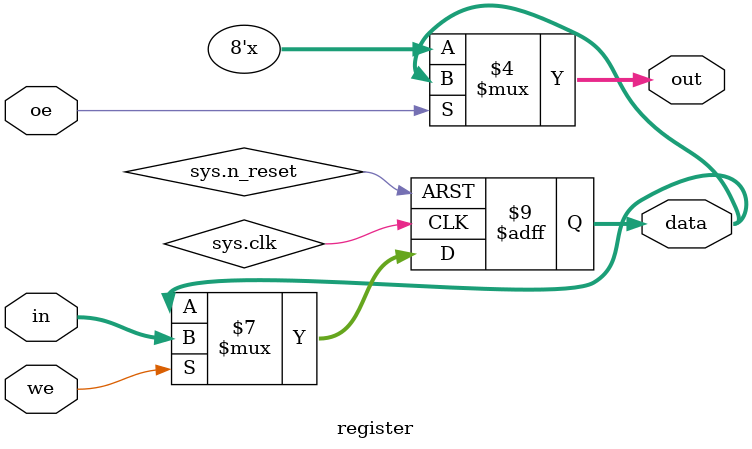
<source format=sv>
module register #(parameter reset = 8'h00) (
	sys_if sys,
	input logic we, oe,
	output logic [7:0] data,
	input logic [7:0] in,
	output wire [7:0] out
);

assign out = oe ? data : 8'bz;

always_ff @(posedge sys.clk, negedge sys.n_reset)
	if (~sys.n_reset)
		data <= reset;
	else if (we)
		data <= in;

endmodule

</source>
